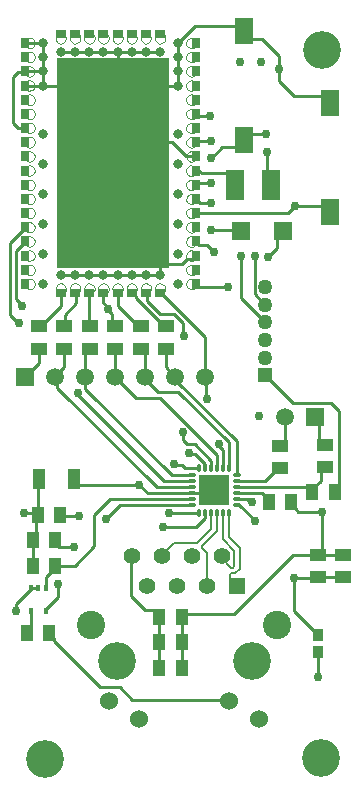
<source format=gtl>
G04*
G04 #@! TF.GenerationSoftware,Altium Limited,Altium Designer,20.0.10 (225)*
G04*
G04 Layer_Physical_Order=1*
G04 Layer_Color=255*
%FSLAX25Y25*%
%MOIN*%
G70*
G01*
G75*
%ADD10C,0.00000*%
%ADD15C,0.00800*%
%ADD17C,0.01000*%
%ADD18R,0.05500X0.04000*%
%ADD19R,0.03819X0.03937*%
%ADD20R,0.04000X0.05500*%
%ADD21R,0.04134X0.06772*%
%ADD22R,0.01575X0.02362*%
%ADD23R,0.05906X0.10236*%
%ADD24C,0.03150*%
%ADD25R,0.06299X0.08622*%
G04:AMPARAMS|DCode=26|XSize=27.95mil|YSize=10.63mil|CornerRadius=3.72mil|HoleSize=0mil|Usage=FLASHONLY|Rotation=0.000|XOffset=0mil|YOffset=0mil|HoleType=Round|Shape=RoundedRectangle|*
%AMROUNDEDRECTD26*
21,1,0.02795,0.00319,0,0,0.0*
21,1,0.02051,0.01063,0,0,0.0*
1,1,0.00744,0.01026,-0.00160*
1,1,0.00744,-0.01026,-0.00160*
1,1,0.00744,-0.01026,0.00160*
1,1,0.00744,0.01026,0.00160*
%
%ADD26ROUNDEDRECTD26*%
G04:AMPARAMS|DCode=27|XSize=27.95mil|YSize=10.63mil|CornerRadius=3.72mil|HoleSize=0mil|Usage=FLASHONLY|Rotation=90.000|XOffset=0mil|YOffset=0mil|HoleType=Round|Shape=RoundedRectangle|*
%AMROUNDEDRECTD27*
21,1,0.02795,0.00319,0,0,90.0*
21,1,0.02051,0.01063,0,0,90.0*
1,1,0.00744,0.00160,0.01026*
1,1,0.00744,0.00160,-0.01026*
1,1,0.00744,-0.00160,-0.01026*
1,1,0.00744,-0.00160,0.01026*
%
%ADD27ROUNDEDRECTD27*%
%ADD28R,0.05906X0.05906*%
%ADD46R,0.05000X0.05000*%
%ADD47C,0.05000*%
G04:AMPARAMS|DCode=50|XSize=35.43mil|YSize=29.53mil|CornerRadius=2.22mil|HoleSize=0mil|Usage=FLASHONLY|Rotation=90.000|XOffset=0mil|YOffset=0mil|HoleType=Round|Shape=RoundedRectangle|*
%AMROUNDEDRECTD50*
21,1,0.03543,0.02510,0,0,90.0*
21,1,0.03100,0.02953,0,0,90.0*
1,1,0.00443,0.01255,0.01550*
1,1,0.00443,0.01255,-0.01550*
1,1,0.00443,-0.01255,-0.01550*
1,1,0.00443,-0.01255,0.01550*
%
%ADD50ROUNDEDRECTD50*%
G04:AMPARAMS|DCode=51|XSize=35.43mil|YSize=29.53mil|CornerRadius=2.22mil|HoleSize=0mil|Usage=FLASHONLY|Rotation=0.000|XOffset=0mil|YOffset=0mil|HoleType=Round|Shape=RoundedRectangle|*
%AMROUNDEDRECTD51*
21,1,0.03543,0.02510,0,0,0.0*
21,1,0.03100,0.02953,0,0,0.0*
1,1,0.00443,0.01550,-0.01255*
1,1,0.00443,-0.01550,-0.01255*
1,1,0.00443,-0.01550,0.01255*
1,1,0.00443,0.01550,0.01255*
%
%ADD51ROUNDEDRECTD51*%
%ADD52R,0.09843X0.09843*%
%ADD53R,0.37500X0.70000*%
%ADD54R,0.05504X0.05504*%
%ADD55C,0.05504*%
%ADD56C,0.09449*%
%ADD57C,0.06024*%
%ADD58C,0.12598*%
%ADD59C,0.05906*%
%ADD60C,0.03000*%
D10*
X63693Y185168D02*
X63714Y185276D01*
X63735Y185550D02*
X63473Y186479D01*
X62763Y187132D01*
X61816Y187316D01*
X60913Y186977D01*
X60321Y186215D01*
X60216Y185256D01*
X60630Y184385D01*
X61438Y183859D01*
X62402Y183834D01*
X63236Y184318D01*
X63693Y185168D01*
X63714Y185276D02*
X63735Y185500D01*
X63659Y171891D02*
X63095Y172740D01*
X62157Y173138D01*
X61155Y172954D01*
X60421Y172248D01*
X60196Y171254D01*
X60556Y170301D01*
X61382Y169704D01*
X62400Y169660D01*
X63274Y170184D01*
X63714Y171103D01*
X63735Y213897D02*
X63498Y214783D01*
X62849Y215431D01*
X61963Y215669D01*
X61078Y215431D01*
X60429Y214783D01*
X60192Y213897D01*
X60429Y213011D01*
X61078Y212363D01*
X61963Y212125D01*
X62849Y212363D01*
X63498Y213011D01*
X63735Y213897D01*
X60636Y179653D02*
X61538Y179106D01*
X62591Y179169D01*
X63421Y179819D01*
X63735Y180826D01*
X60537Y179776D02*
X60636Y179653D01*
X9798Y251692D02*
X9517Y252650D01*
X8762Y253304D01*
X7774Y253446D01*
X6866Y253031D01*
X6327Y252191D01*
Y251193D01*
X6866Y250353D01*
X7774Y249939D01*
X8762Y250081D01*
X9517Y250734D01*
X9798Y251692D01*
Y242243D02*
X9546Y243154D01*
X8862Y243806D01*
X7940Y244013D01*
X7043Y243717D01*
X6425Y243001D01*
X6263Y242071D01*
X6331Y241729D01*
X9798Y237519D02*
X9537Y238444D01*
X8832Y239097D01*
X7889Y239285D01*
X6987Y238953D01*
X6391Y238199D01*
X6276Y237245D01*
X6331Y223860D02*
X6276Y223620D01*
X6259Y223221D01*
X42082Y168031D02*
X42356Y168052D01*
X41932Y168037D02*
X42082Y168031D01*
X42478Y168076D02*
X42596Y168107D01*
X43505Y168747D01*
X43853Y169802D01*
X42356Y168052D02*
X42478Y168076D01*
X28182Y168052D02*
X28948Y168368D01*
X29487Y168997D01*
X29680Y169802D01*
X27908Y168031D02*
X28182Y168052D01*
X32633Y168031D02*
X33147Y168107D01*
X32432Y168042D02*
X32633Y168031D01*
X43853Y169802D02*
X43565Y170771D01*
X42794Y171424D01*
X41791Y171550D01*
X40883Y171107D01*
X40365Y170239D01*
X40405Y169229D01*
X40991Y168406D01*
X41932Y168037D01*
X34405Y169802D02*
X34120Y170766D01*
X33357Y171419D01*
X32362Y171553D01*
X31453Y171124D01*
X30924Y170270D01*
X30944Y169266D01*
X31507Y168434D01*
X32432Y168042D01*
X18186Y168052D02*
X18258Y168042D01*
X18123Y168063D02*
X18186Y168052D01*
X18258Y168042D02*
X18432Y168031D01*
X18460Y168031D01*
X52510Y168326D02*
X53092Y168965D01*
X53302Y169802D01*
X47320Y168107D02*
X48229Y168747D01*
X48578Y169802D01*
X47271Y168093D02*
X47320Y168107D01*
X18734Y168052D02*
X19499Y168368D01*
X20038Y168997D01*
X20231Y169802D01*
X18460Y168031D02*
X18734Y168052D01*
X6331Y241729D02*
X6876Y240896D01*
X7784Y240488D01*
X8768Y240634D01*
X9519Y241288D01*
X9798Y242243D01*
X63735Y180826D02*
X63484Y181736D01*
X62800Y182388D01*
X61879Y182596D01*
X60982Y182301D01*
X60364Y181588D01*
X60200Y180658D01*
X60537Y179776D01*
X6276Y237245D02*
X6733Y236308D01*
X7638Y235790D01*
X8677Y235871D01*
X9492Y236523D01*
X9798Y237519D01*
Y223346D02*
X9519Y224301D01*
X8768Y224955D01*
X7784Y225101D01*
X6876Y224693D01*
X6331Y223860D01*
X63714Y171103D02*
X63735Y171377D01*
X9798Y190275D02*
X9556Y191168D01*
X8897Y191818D01*
X8000Y192046D01*
X7110Y191791D01*
X6470Y191122D01*
X6256Y190221D01*
X6259Y223221D02*
X6654Y222225D01*
X7551Y221639D01*
X8621Y221677D01*
X9474Y222325D01*
X9798Y223346D01*
X63703Y171714D02*
X63659Y171891D01*
X20231Y253267D02*
X19950Y254225D01*
X19196Y254878D01*
X18207Y255021D01*
X17299Y254606D01*
X16760Y253766D01*
Y252768D01*
X17299Y251928D01*
X18207Y251513D01*
X19196Y251655D01*
X19950Y252309D01*
X20231Y253267D01*
X24956D02*
X24674Y254225D01*
X23920Y254878D01*
X22932Y255021D01*
X22024Y254606D01*
X21484Y253766D01*
Y252768D01*
X22024Y251928D01*
X22932Y251513D01*
X23920Y251655D01*
X24674Y252309D01*
X24956Y253267D01*
X29680D02*
X29399Y254225D01*
X28644Y254878D01*
X27656Y255021D01*
X26748Y254606D01*
X26209Y253766D01*
Y252768D01*
X26748Y251928D01*
X27656Y251513D01*
X28644Y251655D01*
X29399Y252309D01*
X29680Y253267D01*
X34405D02*
X34123Y254225D01*
X33369Y254878D01*
X32381Y255021D01*
X31473Y254606D01*
X30933Y253766D01*
Y252768D01*
X31473Y251928D01*
X32381Y251513D01*
X33369Y251655D01*
X34123Y252309D01*
X34405Y253267D01*
X39129D02*
X38848Y254225D01*
X38093Y254878D01*
X37105Y255021D01*
X36197Y254606D01*
X35657Y253766D01*
Y252768D01*
X36197Y251928D01*
X37105Y251513D01*
X38093Y251655D01*
X38848Y252309D01*
X39129Y253267D01*
X43853D02*
X43572Y254225D01*
X42818Y254878D01*
X41829Y255021D01*
X40922Y254606D01*
X40382Y253766D01*
Y252768D01*
X40922Y251928D01*
X41829Y251513D01*
X42818Y251655D01*
X43572Y252309D01*
X43853Y253267D01*
X48578D02*
X48296Y254225D01*
X47542Y254878D01*
X46554Y255021D01*
X45646Y254606D01*
X45106Y253766D01*
Y252768D01*
X45646Y251928D01*
X46554Y251513D01*
X47542Y251655D01*
X48296Y252309D01*
X48578Y253267D01*
X53302D02*
X53021Y254225D01*
X52266Y254878D01*
X51278Y255021D01*
X50370Y254606D01*
X49831Y253766D01*
Y252768D01*
X50370Y251928D01*
X51278Y251513D01*
X52266Y251655D01*
X53021Y252309D01*
X53302Y253267D01*
X9798Y228070D02*
X9517Y229028D01*
X8762Y229682D01*
X7774Y229824D01*
X6866Y229409D01*
X6327Y228569D01*
Y227571D01*
X6866Y226731D01*
X7774Y226316D01*
X8762Y226459D01*
X9517Y227112D01*
X9798Y228070D01*
Y232794D02*
X9517Y233752D01*
X8762Y234406D01*
X7774Y234548D01*
X6866Y234134D01*
X6327Y233294D01*
Y232295D01*
X6866Y231456D01*
X7774Y231041D01*
X8762Y231183D01*
X9517Y231837D01*
X9798Y232794D01*
Y246968D02*
X9517Y247926D01*
X8762Y248579D01*
X7774Y248721D01*
X6866Y248307D01*
X6327Y247467D01*
Y246469D01*
X6866Y245629D01*
X7774Y245214D01*
X8762Y245356D01*
X9517Y246010D01*
X9798Y246968D01*
Y171377D02*
X9517Y172335D01*
X8762Y172989D01*
X7774Y173131D01*
X6866Y172716D01*
X6327Y171876D01*
Y170878D01*
X6866Y170038D01*
X7774Y169624D01*
X8762Y169766D01*
X9517Y170419D01*
X9798Y171377D01*
Y176102D02*
X9517Y177059D01*
X8762Y177713D01*
X7774Y177855D01*
X6866Y177441D01*
X6327Y176601D01*
Y175602D01*
X6866Y174763D01*
X7774Y174348D01*
X8762Y174490D01*
X9517Y175144D01*
X9798Y176102D01*
Y180826D02*
X9517Y181784D01*
X8762Y182438D01*
X7774Y182580D01*
X6866Y182165D01*
X6327Y181325D01*
Y180327D01*
X6866Y179487D01*
X7774Y179072D01*
X8762Y179215D01*
X9517Y179868D01*
X9798Y180826D01*
Y194999D02*
X9517Y195957D01*
X8762Y196611D01*
X7774Y196753D01*
X6866Y196338D01*
X6327Y195498D01*
Y194500D01*
X6866Y193660D01*
X7774Y193246D01*
X8762Y193388D01*
X9517Y194041D01*
X9798Y194999D01*
Y199724D02*
X9517Y200681D01*
X8762Y201335D01*
X7774Y201477D01*
X6866Y201063D01*
X6327Y200223D01*
Y199224D01*
X6866Y198385D01*
X7774Y197970D01*
X8762Y198112D01*
X9517Y198766D01*
X9798Y199724D01*
Y204448D02*
X9517Y205406D01*
X8762Y206060D01*
X7774Y206202D01*
X6866Y205787D01*
X6327Y204947D01*
Y203949D01*
X6866Y203109D01*
X7774Y202695D01*
X8762Y202836D01*
X9517Y203490D01*
X9798Y204448D01*
Y209173D02*
X9517Y210130D01*
X8762Y210784D01*
X7774Y210926D01*
X6866Y210511D01*
X6327Y209672D01*
Y208673D01*
X6866Y207834D01*
X7774Y207419D01*
X8762Y207561D01*
X9517Y208215D01*
X9798Y209173D01*
Y213897D02*
X9517Y214855D01*
X8762Y215508D01*
X7774Y215651D01*
X6866Y215236D01*
X6327Y214396D01*
Y213398D01*
X6866Y212558D01*
X7774Y212143D01*
X8762Y212285D01*
X9517Y212939D01*
X9798Y213897D01*
Y218621D02*
X9517Y219579D01*
X8762Y220233D01*
X7774Y220375D01*
X6866Y219960D01*
X6327Y219120D01*
Y218122D01*
X6866Y217282D01*
X7774Y216868D01*
X8762Y217010D01*
X9517Y217664D01*
X9798Y218621D01*
X63735Y190275D02*
X63454Y191233D01*
X62700Y191886D01*
X61711Y192028D01*
X60803Y191614D01*
X60264Y190774D01*
Y189776D01*
X60803Y188936D01*
X61711Y188521D01*
X62700Y188663D01*
X63454Y189317D01*
X63735Y190275D01*
Y176102D02*
X63454Y177059D01*
X62700Y177713D01*
X61711Y177855D01*
X60803Y177441D01*
X60264Y176601D01*
Y175602D01*
X60803Y174763D01*
X61711Y174348D01*
X62700Y174490D01*
X63454Y175144D01*
X63735Y176102D01*
Y251692D02*
X63454Y252650D01*
X62700Y253304D01*
X61711Y253446D01*
X60803Y253031D01*
X60264Y252191D01*
Y251193D01*
X60803Y250353D01*
X61711Y249939D01*
X62700Y250081D01*
X63454Y250734D01*
X63735Y251692D01*
Y246968D02*
X63454Y247926D01*
X62700Y248579D01*
X61711Y248721D01*
X60803Y248307D01*
X60264Y247467D01*
Y246469D01*
X60803Y245629D01*
X61711Y245214D01*
X62700Y245356D01*
X63454Y246010D01*
X63735Y246968D01*
Y242243D02*
X63454Y243201D01*
X62700Y243855D01*
X61711Y243997D01*
X60803Y243582D01*
X60264Y242742D01*
Y241744D01*
X60803Y240904D01*
X61711Y240490D01*
X62700Y240632D01*
X63454Y241285D01*
X63735Y242243D01*
Y237519D02*
X63454Y238477D01*
X62700Y239130D01*
X61711Y239273D01*
X60803Y238858D01*
X60264Y238018D01*
Y237020D01*
X60803Y236180D01*
X61711Y235765D01*
X62700Y235907D01*
X63454Y236561D01*
X63735Y237519D01*
Y232794D02*
X63454Y233752D01*
X62700Y234406D01*
X61711Y234548D01*
X60803Y234134D01*
X60264Y233294D01*
Y232295D01*
X60803Y231456D01*
X61711Y231041D01*
X62700Y231183D01*
X63454Y231837D01*
X63735Y232794D01*
Y223346D02*
X63454Y224304D01*
X62700Y224957D01*
X61711Y225099D01*
X60803Y224685D01*
X60264Y223845D01*
Y222847D01*
X60803Y222007D01*
X61711Y221592D01*
X62700Y221734D01*
X63454Y222388D01*
X63735Y223346D01*
X9453Y189225D02*
X9798Y190275D01*
X47143Y168063D02*
X47271Y168093D01*
X63735Y171377D02*
X63703Y171714D01*
X33147Y168107D02*
X34056Y168747D01*
X34405Y169802D01*
X52045Y168107D02*
X52510Y168326D01*
X51530Y168031D02*
X52045Y168107D01*
X53302Y169802D02*
X53004Y170787D01*
X52209Y171439D01*
X51185Y171540D01*
X50278Y171055D01*
X49793Y170148D01*
X49894Y169124D01*
X50546Y168329D01*
X51530Y168031D01*
X46292Y168107D02*
X46806Y168031D01*
X46932Y168035D01*
X47107Y168056D01*
X47143Y168063D01*
X48578Y169802D02*
X48314Y170732D01*
X47603Y171385D01*
X46654Y171567D01*
X45751Y171225D01*
X45161Y170460D01*
X45061Y169500D01*
X45479Y168629D01*
X46292Y168107D01*
X6331Y185036D02*
X6876Y184203D01*
X7784Y183795D01*
X8768Y183941D01*
X9519Y184595D01*
X9798Y185550D01*
X9516Y186511D01*
X8758Y187164D01*
X7767Y187303D01*
X6858Y186882D01*
X6323Y186037D01*
X6331Y185036D01*
X6256Y190221D02*
X6287Y189938D01*
X6287Y189938D02*
X6755Y189041D01*
X7637Y188547D01*
X8646Y188615D01*
X9453Y189225D01*
X63735Y204448D02*
X63734Y204500D01*
X63659Y199209D02*
X63721Y199500D01*
X63735Y199724D01*
X63479Y200641D01*
X62785Y201293D01*
X61853Y201492D01*
X60953Y201179D01*
X60346Y200445D01*
X60206Y199503D01*
X60574Y198624D01*
X61344Y198064D01*
X62294Y197983D01*
X63147Y198406D01*
X63659Y199209D01*
X63734Y204500D02*
X63714Y204722D01*
X63321Y205587D01*
X62537Y206124D01*
X61588Y206180D01*
X60748Y205737D01*
X60257Y204923D01*
Y203973D01*
X60748Y203159D01*
X61588Y202717D01*
X62537Y202772D01*
X63321Y203309D01*
X63714Y204174D01*
X63735Y204448D01*
Y209173D02*
X63703Y209509D01*
X63714Y208898D02*
X63734Y209118D01*
X63735Y209173D01*
X63703Y209509D02*
X63283Y210355D01*
X62487Y210865D01*
X61543Y210894D01*
X60719Y210433D01*
X60248Y209614D01*
X60265Y208669D01*
X60765Y207868D01*
X61605Y207437D01*
X62548Y207500D01*
X63324Y208038D01*
X63714Y208898D01*
X63735Y194999D02*
X63731Y195121D01*
X63406Y196028D01*
X62654Y196631D01*
X61698Y196751D01*
X60820Y196353D01*
X60281Y195554D01*
X60239Y194591D01*
X60708Y193749D01*
X61548Y193277D01*
X62511Y193314D01*
X63312Y193850D01*
X63714Y194725D01*
X63735Y194999D01*
X63735Y185500D02*
X63735Y185550D01*
Y228070D02*
X63454Y229028D01*
X62700Y229682D01*
X61711Y229824D01*
X60803Y229409D01*
X60264Y228569D01*
Y227571D01*
X60803Y226731D01*
X61711Y226316D01*
X62700Y226459D01*
X63454Y227112D01*
X63735Y228070D01*
X63725Y218813D02*
X63714Y218895D01*
X63735Y218621D02*
X63725Y218813D01*
X63714Y218895D02*
X63304Y219779D01*
X62489Y220313D01*
X61515Y220335D01*
X60677Y219839D01*
X60228Y218975D01*
X60303Y218004D01*
X60881Y217219D01*
X61786Y216859D01*
X62745Y217031D01*
X63467Y217685D01*
X63735Y218621D01*
X39129Y169802D02*
X38830Y170787D01*
X38035Y171439D01*
X37012Y171540D01*
X36105Y171055D01*
X35620Y170148D01*
X35721Y169124D01*
X36373Y168329D01*
X37357Y168031D01*
X37432Y168032D01*
X37872Y168107D01*
X38780Y168747D01*
X39129Y169802D01*
X17945Y168107D02*
X18123Y168063D01*
X20231Y169802D02*
X19968Y170732D01*
X19256Y171385D01*
X18308Y171567D01*
X17404Y171225D01*
X16815Y170460D01*
X16714Y169500D01*
X17132Y168629D01*
X17945Y168107D01*
X23184Y168031D02*
X24070Y168268D01*
X24718Y168917D01*
X24956Y169802D01*
X24692Y170732D01*
X23981Y171385D01*
X23032Y171567D01*
X22129Y171225D01*
X21539Y170460D01*
X21439Y169500D01*
X21857Y168629D01*
X22670Y168107D01*
X22764Y168081D01*
X22910Y168052D01*
X23184Y168031D01*
X29680Y169802D02*
X29381Y170787D01*
X28586Y171439D01*
X27563Y171540D01*
X26656Y171055D01*
X26171Y170148D01*
X26272Y169124D01*
X26924Y168329D01*
X27908Y168031D01*
D15*
X72500Y80791D02*
Y82064D01*
X52250Y81041D02*
X53150Y81941D01*
X52500Y80791D02*
X53400Y81691D01*
X52000Y80791D02*
X52250Y81041D01*
X67500Y70791D02*
X68353Y71644D01*
X53150Y81941D02*
X56152Y84943D01*
X74421Y95141D02*
X74553Y95009D01*
X72000Y79869D02*
Y80791D01*
Y79869D02*
X75117Y76753D01*
X76248Y77221D02*
Y82522D01*
X72537Y86233D02*
X76248Y82522D01*
X75779Y76753D02*
X76248Y77221D01*
X75117Y76753D02*
X75779D01*
X72490Y93381D02*
Y95104D01*
Y93381D02*
X72537Y93334D01*
Y86233D02*
Y93334D01*
X74648Y73143D02*
X77000Y70791D01*
X72453Y95141D02*
X72490Y95104D01*
X78048Y76476D02*
Y83268D01*
X74337Y86979D02*
X78048Y83268D01*
X76525Y74953D02*
X78048Y76476D01*
X74648Y74484D02*
X75117Y74953D01*
X74648Y73143D02*
Y74484D01*
X74384Y95104D02*
X74421Y95141D01*
X74337Y93334D02*
X74384Y93381D01*
Y95104D01*
X74337Y86979D02*
Y93334D01*
X75117Y74953D02*
X76525D01*
X68384Y95009D02*
X68516Y95141D01*
X56152Y84943D02*
X63911D01*
X68600Y89632D01*
Y93334D01*
X68553Y93381D02*
X68600Y93334D01*
X68553Y93381D02*
Y95104D01*
X68516Y95141D02*
X68553Y95104D01*
X67000Y70791D02*
Y81663D01*
X65420Y83243D02*
X67000Y81663D01*
X65420Y83243D02*
Y83906D01*
X70400Y88886D02*
Y93334D01*
X70447Y93381D02*
Y95104D01*
X70484Y95141D01*
X65420Y83906D02*
X70400Y88886D01*
Y93334D02*
X70447Y93381D01*
D17*
X63649Y185212D02*
X64361Y184500D01*
X67000D01*
X63548Y185313D02*
X63649Y185212D01*
X67000Y184500D02*
X69500Y182000D01*
X63523Y185338D02*
X63548Y185313D01*
X63440Y185421D02*
X63523Y185338D01*
X104000Y40500D02*
Y48606D01*
X96000Y62453D02*
X104000Y54453D01*
X96000Y62453D02*
Y73500D01*
X104000Y54394D02*
Y54453D01*
Y73800D02*
X112500D01*
X96000Y73500D02*
X103700D01*
X104000Y73800D01*
Y81200D02*
X112500D01*
X104000D02*
X105500Y82700D01*
Y95500D01*
X76000Y61500D02*
X95700Y81200D01*
X104000D01*
X58700Y60379D02*
X59821Y61500D01*
X76000D01*
X66516Y93516D02*
Y95109D01*
X66547Y95141D01*
X52500Y90500D02*
X63500D01*
X66516Y93516D01*
X31500Y37000D02*
X38000D01*
X14500Y55000D02*
X16000Y53500D01*
Y52500D02*
X31500Y37000D01*
X16000Y52500D02*
Y53500D01*
X17500Y66894D02*
Y71500D01*
X13500Y62500D02*
Y62894D01*
X17500Y66894D01*
X7100Y55000D02*
X8382Y56282D01*
Y62500D01*
X3500Y64705D02*
X8382Y69587D01*
X3500Y62500D02*
Y64705D01*
X8382Y69587D02*
Y69980D01*
X13500Y73850D02*
X16400Y76750D01*
X13500Y69980D02*
Y73850D01*
X16400Y76750D02*
Y77500D01*
X8382Y69980D02*
X10941D01*
X29500Y84000D02*
Y94500D01*
X16400Y77500D02*
X23000D01*
X29500Y84000D01*
X22804Y83696D02*
X22902Y83598D01*
X16400Y85196D02*
Y85446D01*
Y85196D02*
X17900Y83696D01*
X22804D01*
X29500Y94500D02*
X34668Y99669D01*
X62020D01*
X18200Y94500D02*
X18700Y94000D01*
X24500D01*
X97571Y95500D02*
X105500D01*
X96700Y96371D02*
X97571Y95500D01*
X96700Y96371D02*
X96700D01*
X95200Y97871D02*
X96700Y96371D01*
X95200Y97871D02*
Y98621D01*
X83000Y92500D02*
Y92546D01*
X76980Y97700D02*
X77846D01*
X83000Y92546D01*
X96500Y197500D02*
X106078D01*
X63735Y195000D02*
X94000D01*
X96500Y197500D01*
X106078D02*
X108078Y195500D01*
X51530Y174330D02*
Y178621D01*
X6050Y223394D02*
X6276Y223620D01*
X63731Y195000D02*
X63735D01*
X63441D02*
X63714D01*
X63731D01*
X59708Y110102D02*
X64579D01*
X58692Y111117D02*
X59708Y110102D01*
X66516Y110133D02*
X66547Y110102D01*
X61383Y114617D02*
X63188D01*
X56383Y111117D02*
X58692D01*
X56000Y111500D02*
X56383Y111117D01*
X66516Y110133D02*
Y111290D01*
X63188Y114617D02*
X66516Y111290D01*
X78016Y103606D02*
X100816D01*
X61000Y115000D02*
X61383Y114617D01*
X59000Y119500D02*
X60500Y118000D01*
X63000D01*
X68516Y112484D01*
X10000Y92500D02*
Y93700D01*
X9550D02*
Y94750D01*
Y92500D02*
Y93700D01*
X10000Y86946D02*
Y92500D01*
X11252Y106500D02*
X11521Y106769D01*
X34000Y162765D02*
Y163541D01*
X35351Y157623D02*
X35750Y157224D01*
X34000Y162765D02*
X35351Y161414D01*
Y157623D02*
Y161414D01*
X85690Y146810D02*
X86500D01*
X86142Y152716D02*
X86500D01*
X59000Y119500D02*
Y122000D01*
X68516Y110102D02*
Y112484D01*
X71000Y117459D02*
Y118000D01*
Y117459D02*
X72453Y116006D01*
Y110102D02*
Y116006D01*
X26500Y140454D02*
Y148363D01*
X56500Y139500D02*
Y140454D01*
Y139500D02*
X76980Y119020D01*
Y107543D02*
Y119020D01*
X66768Y133268D02*
Y140186D01*
Y133268D02*
X67036Y133000D01*
X66500Y140454D02*
X66768Y140186D01*
X51530Y168326D02*
X51826D01*
X52045Y168107D02*
X54531Y165621D01*
X51826Y168326D02*
X52045Y168107D01*
X66500Y140454D02*
Y153652D01*
X36500Y140454D02*
X43454Y133500D01*
X51500D01*
X70484Y114516D01*
Y110102D02*
Y114516D01*
X24000Y134500D02*
X52926Y105574D01*
X24000Y134500D02*
Y135000D01*
X63714Y185202D02*
Y185276D01*
X9300Y95000D02*
X9550Y94750D01*
X6000Y95000D02*
X9300D01*
X38236Y97700D02*
X62020D01*
X33518Y92982D02*
X38236Y97700D01*
X23248Y104500D02*
X44534D01*
X47396Y101637D01*
X22748Y104000D02*
X23248Y104500D01*
X47396Y101637D02*
X62020D01*
X10000Y93700D02*
X10800Y94500D01*
X9000Y85946D02*
X10000Y86946D01*
X9550Y92500D02*
X10800Y93750D01*
Y94500D01*
X9000Y77500D02*
Y85946D01*
X42307Y32693D02*
X76500D01*
X38000Y37000D02*
X42307Y32693D01*
X58836Y158664D02*
Y158664D01*
X59191Y154144D02*
Y158309D01*
X58836Y158664D02*
X59191Y158309D01*
Y154144D02*
X59418Y153918D01*
X51500Y161500D02*
X56000D01*
X58836Y158664D01*
X10800Y94500D02*
Y103548D01*
X11252Y104000D01*
X87000Y205095D02*
X87500Y204594D01*
X87000Y205095D02*
Y215500D01*
X64010Y227500D02*
X68000D01*
X63440Y228070D02*
X64010Y227500D01*
X91000Y243000D02*
Y247500D01*
Y239000D02*
Y243000D01*
X72145Y217000D02*
X77071D01*
X68645Y213500D02*
X72145Y217000D01*
X77071D02*
X81571Y221500D01*
X86828D01*
X68500Y213500D02*
X68645D01*
X90500Y183500D02*
Y187110D01*
X87500Y180500D02*
X90500Y183500D01*
Y187110D02*
X93890Y190500D01*
X63440Y194999D02*
X63441Y195000D01*
X96000Y234000D02*
X108071D01*
X91000Y239000D02*
X96000Y234000D01*
X108071D02*
X109000Y233071D01*
X82071Y253000D02*
X85500D01*
X91000Y247500D01*
X77571Y257500D02*
X82071Y253000D01*
X63244Y257500D02*
X77571D01*
X57436Y251692D02*
X63244Y257500D01*
X57436Y246968D02*
Y251692D01*
X63440Y185421D02*
Y185550D01*
X1500Y185189D02*
X5314Y189003D01*
X1500Y161000D02*
X4000Y158500D01*
X1500Y161000D02*
Y185189D01*
X4000Y158500D02*
X4500D01*
X3500Y166243D02*
X5500Y164243D01*
X5574Y184279D02*
X6183Y184889D01*
X5500Y164000D02*
Y164243D01*
X3500Y182308D02*
X5470Y184279D01*
X6183Y184889D02*
Y185184D01*
X5470Y184279D02*
X5574D01*
X3500Y166243D02*
Y182308D01*
X32633Y164908D02*
X34000Y163541D01*
X32633Y164908D02*
Y168326D01*
X89250Y108421D02*
Y108421D01*
X76980Y105574D02*
X86403D01*
X89250Y108421D01*
X90750Y109921D02*
X91500D01*
X89250Y108421D02*
X90750Y109921D01*
X54531Y165621D02*
X66500Y153652D01*
X54531Y165621D02*
X54531D01*
X46806Y168056D02*
Y168093D01*
X47320Y168031D02*
X47397D01*
X46806D02*
Y168035D01*
Y168056D01*
Y168093D02*
Y168326D01*
Y168031D02*
Y168093D01*
X47179Y165821D02*
X51500Y161500D01*
X47179Y165821D02*
Y168031D01*
X46806D02*
X47320D01*
X63714Y171103D02*
X64317Y170500D01*
X63440Y171377D02*
X63714Y171103D01*
X63440Y171377D02*
X63735D01*
X64317Y170500D02*
X74000D01*
X54500Y95000D02*
X64438D01*
X64579Y95141D01*
X17172Y136828D02*
X50394Y103606D01*
X62020D01*
X16500Y140454D02*
X17172Y139782D01*
Y136828D02*
Y139782D01*
X17048Y141299D02*
X19500Y143751D01*
X52926Y105574D02*
X62020D01*
X26500Y136500D02*
X55457Y107543D01*
X62020D01*
X26500Y136500D02*
Y140454D01*
X74421Y110102D02*
Y118579D01*
X57500Y135500D02*
X74421Y118579D01*
X50743Y135500D02*
X57500D01*
X46500Y139743D02*
X50743Y135500D01*
X46500Y139743D02*
Y148324D01*
X46371Y62629D02*
X49800D01*
X41754Y67246D02*
X46371Y62629D01*
X41754Y67246D02*
Y80545D01*
X49800Y62629D02*
X51300Y61129D01*
Y51879D02*
Y61129D01*
X41754Y80545D02*
X42000Y80791D01*
X60192Y213897D02*
X63440D01*
X60636Y179653D02*
X62463D01*
X60157Y213897D02*
X60192D01*
X60464Y179653D02*
X60636D01*
X9798Y251692D02*
X12554D01*
X9798Y242243D02*
X12554D01*
X6550Y251692D02*
X9798D01*
X6550Y242243D02*
X9798D01*
X4160Y242071D02*
X6263D01*
X6377D01*
X9798Y237519D02*
X12554D01*
X6550D02*
X9798D01*
X43353Y166647D02*
X51078Y158922D01*
X52578Y157224D02*
X53328D01*
X42356Y168052D02*
X42651D01*
X43353Y166647D02*
Y167350D01*
X51078Y158724D02*
X52578Y157224D01*
X42651Y168052D02*
X43353Y167350D01*
X51078Y158724D02*
Y158922D01*
X42151Y168256D02*
X42356Y168052D01*
X42082Y168326D02*
X42151Y168256D01*
X27818Y157446D02*
Y168235D01*
Y157446D02*
X28000Y157263D01*
X27818Y168235D02*
X27908Y168326D01*
X28182Y168052D01*
X28000Y157263D02*
X28500D01*
X28750D01*
X37500Y164000D02*
X42750Y158750D01*
X37357Y168326D02*
X37500Y168183D01*
Y164000D02*
Y168183D01*
X44250Y157224D02*
X45000D01*
X42750Y158724D02*
X44250Y157224D01*
X42750Y158724D02*
Y158750D01*
X11750Y157263D02*
X18480Y163993D01*
Y167350D01*
X18846Y167716D01*
Y167940D01*
X19219Y168312D01*
X11000Y157263D02*
X11750D01*
X53328Y143626D02*
Y149824D01*
Y143626D02*
X56500Y140454D01*
X45000Y149824D02*
X46500Y148324D01*
X36500Y140454D02*
Y149824D01*
X26500Y148363D02*
X28000Y149863D01*
X19500Y143751D02*
Y149863D01*
X11000Y144954D02*
Y149863D01*
X6500Y140454D02*
X11000Y144954D01*
X68500Y189500D02*
X78110D01*
X12554Y237519D02*
Y242243D01*
X63992Y205000D02*
X68432D01*
X6287Y189938D02*
X6550Y190201D01*
X63440Y204448D02*
X63714Y204722D01*
X37751Y236102D02*
X41058Y232794D01*
X34995Y204448D02*
X41058D01*
X22969Y167815D02*
X23184Y168031D01*
X12554Y237519D02*
X24208D01*
X41105Y204448D02*
X41432Y204121D01*
X6287Y189717D02*
Y189938D01*
X28932Y204448D02*
X34995D01*
X32239Y239881D02*
X37751D01*
X46806Y174330D02*
X51530D01*
X32239Y236102D02*
Y239881D01*
X6287Y189938D02*
Y189938D01*
X12554Y242243D02*
Y246968D01*
X6331Y185036D02*
X6550Y185255D01*
X23957Y168326D02*
X24252D01*
X24208Y237519D02*
X28932Y232794D01*
Y211535D02*
Y218621D01*
X37357Y168031D02*
X37437D01*
X28932Y211535D02*
X34995D01*
X28932Y232794D02*
X32239Y236102D01*
X63714Y204722D02*
X63992Y205000D01*
X63440Y228070D02*
X63735D01*
X51530Y178621D02*
X52030Y178121D01*
X63714Y218895D02*
X63819Y219000D01*
X52030Y178121D02*
X58932D01*
X63440Y218621D02*
X63714Y218895D01*
X58932Y178121D02*
X60464Y179653D01*
X63819Y219000D02*
X68432D01*
X62463Y179653D02*
X63440Y180629D01*
Y180826D01*
X51530Y178621D02*
Y186889D01*
X55432Y218621D02*
X60157Y213897D01*
X46806Y248739D02*
X51530D01*
X57436Y237519D02*
Y242243D01*
X6550Y190201D02*
Y190275D01*
X57436Y242243D02*
Y246968D01*
X41058Y218621D02*
Y232794D01*
Y211535D02*
Y218621D01*
X55432D01*
X37653Y168326D02*
X37872Y168107D01*
X41058Y204448D02*
X41105D01*
X64721Y198500D02*
X68432D01*
X12554Y246968D02*
Y251692D01*
X23184Y248739D02*
X27908D01*
X23741Y168111D02*
X23957Y168326D01*
X34995Y211535D02*
X41058D01*
X37357Y248739D02*
X42082D01*
X4160Y223394D02*
X6050D01*
X2432Y225121D02*
X4160Y223394D01*
X2432Y225121D02*
Y240343D01*
X4160Y242071D01*
X6377D02*
X6550Y242243D01*
X42082Y174330D02*
X46806D01*
X63440Y199724D02*
X63588Y199576D01*
X63664Y199500D01*
X63721D01*
X28932Y197362D02*
Y204448D01*
X18460Y174330D02*
X23184D01*
X18460Y248739D02*
X23184D01*
Y174330D02*
X27908D01*
X32633D01*
X27908Y248739D02*
X32633D01*
Y174330D02*
X37357D01*
X32633Y248739D02*
X37357D01*
Y174330D02*
X42082D01*
Y248739D02*
X46806D01*
X37554Y240078D02*
Y248543D01*
X63440Y204153D02*
Y204448D01*
X28932Y197362D02*
X34995D01*
X41058D01*
X34995Y204448D02*
Y211535D01*
X37554Y240078D02*
X37751Y239881D01*
X41058Y232794D02*
X45783Y237519D01*
X63721Y199500D02*
X64721Y198500D01*
X6550Y185255D02*
Y185550D01*
X5314Y189003D02*
X5574D01*
X6287Y189717D01*
X45783Y237519D02*
X57436D01*
X37357Y248739D02*
X37554Y248543D01*
X37751Y236102D02*
Y239881D01*
X41058Y197362D02*
X51530Y186889D01*
X64782Y208898D02*
X65180Y208500D01*
X75595Y204500D02*
Y207047D01*
X74142Y208500D02*
X75595Y207047D01*
X65180Y208500D02*
X74142D01*
X23500Y165000D02*
Y167869D01*
X19677Y161177D02*
X23500Y165000D01*
Y167869D02*
X23741Y168111D01*
X19677Y157441D02*
Y161177D01*
X19500Y157263D02*
X19677Y157441D01*
X19219Y168312D02*
X19232Y168326D01*
X19528D01*
X62020Y101637D02*
X68516D01*
X81459Y98621D02*
X82000D01*
X76980Y101637D02*
X85534D01*
X87800Y99371D01*
X80412Y99669D02*
X81459Y98621D01*
X76980Y99669D02*
X80412D01*
X58700Y43379D02*
Y51879D01*
X51300Y43379D02*
Y51879D01*
X58700D02*
Y60379D01*
X64562Y209118D02*
X64802D01*
X64508Y209173D02*
X64562Y209118D01*
X58700Y42629D02*
Y43379D01*
X109700Y102121D02*
X111000Y103421D01*
Y129121D01*
X95784Y131621D02*
X108500D01*
X111000Y129121D01*
X109700Y102121D02*
X110500Y101321D01*
X36500Y149824D02*
X37250D01*
X78500Y166621D02*
Y180621D01*
Y166621D02*
X86500Y158621D01*
X83000Y168027D02*
Y180121D01*
X86500Y140905D02*
X95784Y131621D01*
X83000Y168027D02*
X86500Y164527D01*
X87800Y98621D02*
Y99371D01*
X76980Y103606D02*
X78016D01*
X100816D02*
X102300Y102121D01*
X105000Y108721D02*
X106500Y110221D01*
X102300Y102871D02*
X105000Y105571D01*
Y108721D01*
X102300Y102121D02*
Y102871D01*
X91500Y117321D02*
X93000Y118821D01*
Y127121D01*
X106000Y117621D02*
X106500D01*
X104500Y119121D02*
Y125621D01*
Y119121D02*
X106000Y117621D01*
X103000Y127121D02*
X104500Y125621D01*
X28750Y157263D02*
X30250Y158763D01*
X19500Y157263D02*
X21000Y158763D01*
X16893Y140454D02*
X17393Y140954D01*
X77012Y103637D02*
X78016D01*
X76980Y103606D02*
X77012Y103637D01*
X68516Y101637D02*
X69500Y102621D01*
X78016Y103637D02*
X78047Y103669D01*
D18*
X112500Y81200D02*
D03*
Y73800D02*
D03*
X104000Y81200D02*
D03*
Y73800D02*
D03*
X53328Y157224D02*
D03*
Y149824D02*
D03*
X91500Y109921D02*
D03*
Y117321D02*
D03*
X11000Y157263D02*
D03*
Y149863D02*
D03*
X19500Y157263D02*
D03*
Y149863D02*
D03*
X36500Y157224D02*
D03*
Y149824D02*
D03*
X45000Y157224D02*
D03*
Y149824D02*
D03*
X28000Y157263D02*
D03*
Y149863D02*
D03*
X106500Y110221D02*
D03*
Y117621D02*
D03*
D19*
X104000Y54394D02*
D03*
Y48606D02*
D03*
D20*
X7100Y55000D02*
D03*
X14500D02*
D03*
X16400Y85946D02*
D03*
X9000D02*
D03*
X10800Y94500D02*
D03*
X18200D02*
D03*
X58700Y60379D02*
D03*
X51300D02*
D03*
X58700Y51879D02*
D03*
X51300D02*
D03*
Y43379D02*
D03*
X58700D02*
D03*
X16400Y77500D02*
D03*
X9000D02*
D03*
X95200Y98621D02*
D03*
X87800D02*
D03*
X109700Y102121D02*
D03*
X102300D02*
D03*
D21*
X11252Y106500D02*
D03*
X22748D02*
D03*
D22*
X13500Y62500D02*
D03*
X8382Y69980D02*
D03*
X10941D02*
D03*
X13500D02*
D03*
X8382Y62500D02*
D03*
D23*
X88406Y204500D02*
D03*
X76595D02*
D03*
D24*
X18460Y248739D02*
D03*
X23184D02*
D03*
X27908D02*
D03*
X32633D02*
D03*
X37357D02*
D03*
X42082D02*
D03*
X46806D02*
D03*
X51530D02*
D03*
Y174330D02*
D03*
X46806D02*
D03*
X42082D02*
D03*
X37357D02*
D03*
X32633D02*
D03*
X27908D02*
D03*
X23184D02*
D03*
X18460D02*
D03*
X34995Y211535D02*
D03*
X37751Y239881D02*
D03*
X32239D02*
D03*
X41058Y232794D02*
D03*
X28932Y218621D02*
D03*
Y211535D02*
D03*
Y204448D02*
D03*
Y197362D02*
D03*
X41058Y218621D02*
D03*
Y211535D02*
D03*
Y204448D02*
D03*
Y197362D02*
D03*
X28932Y232794D02*
D03*
X34995Y204448D02*
D03*
Y197362D02*
D03*
X12554Y251692D02*
D03*
Y246968D02*
D03*
Y242243D02*
D03*
Y237519D02*
D03*
X57436Y251692D02*
D03*
Y246968D02*
D03*
Y242243D02*
D03*
Y237519D02*
D03*
X12554Y221338D02*
D03*
X57436D02*
D03*
Y211338D02*
D03*
Y201338D02*
D03*
Y191338D02*
D03*
Y181338D02*
D03*
Y171338D02*
D03*
X12554Y211338D02*
D03*
Y201338D02*
D03*
Y191338D02*
D03*
Y181338D02*
D03*
Y171338D02*
D03*
D25*
X79500Y255571D02*
D03*
Y219429D02*
D03*
X108078Y195500D02*
D03*
Y231642D02*
D03*
D26*
X62020Y101637D02*
D03*
X76980Y99669D02*
D03*
Y97700D02*
D03*
X62020Y99669D02*
D03*
Y103606D02*
D03*
Y105574D02*
D03*
Y107543D02*
D03*
X76980D02*
D03*
Y101637D02*
D03*
X62020Y97700D02*
D03*
X76980Y105574D02*
D03*
Y103606D02*
D03*
D27*
X66547Y95141D02*
D03*
X64579D02*
D03*
X74421D02*
D03*
X72453D02*
D03*
X70484D02*
D03*
X68516D02*
D03*
X64579Y110102D02*
D03*
X66547D02*
D03*
X70484D02*
D03*
X74421D02*
D03*
X68516D02*
D03*
X72453D02*
D03*
D28*
X92390Y189000D02*
D03*
X78610D02*
D03*
X6500Y140454D02*
D03*
X103000Y127121D02*
D03*
D46*
X86500Y140905D02*
D03*
D47*
Y146810D02*
D03*
Y152716D02*
D03*
Y158621D02*
D03*
Y164527D02*
D03*
Y170432D02*
D03*
D50*
X63440Y209173D02*
D03*
X6550Y237519D02*
D03*
Y242243D02*
D03*
Y251692D02*
D03*
Y223346D02*
D03*
X63440Y180826D02*
D03*
Y171377D02*
D03*
X6550Y190275D02*
D03*
Y185550D02*
D03*
X63440Y199724D02*
D03*
Y194999D02*
D03*
Y204448D02*
D03*
Y228070D02*
D03*
Y218621D02*
D03*
X6550Y228070D02*
D03*
Y232794D02*
D03*
Y246968D02*
D03*
Y171377D02*
D03*
Y176102D02*
D03*
Y180826D02*
D03*
Y194999D02*
D03*
Y199724D02*
D03*
Y204448D02*
D03*
Y209173D02*
D03*
Y213897D02*
D03*
Y218621D02*
D03*
X63440Y190275D02*
D03*
Y185550D02*
D03*
Y176102D02*
D03*
Y251692D02*
D03*
Y246968D02*
D03*
Y242243D02*
D03*
Y237519D02*
D03*
Y232794D02*
D03*
Y223346D02*
D03*
Y213897D02*
D03*
D51*
X32633Y168326D02*
D03*
X51530D02*
D03*
X37357D02*
D03*
X42082D02*
D03*
X18460D02*
D03*
X23184D02*
D03*
X27908D02*
D03*
X46806D02*
D03*
X18460Y254743D02*
D03*
X23184D02*
D03*
X27908D02*
D03*
X32633D02*
D03*
X37357D02*
D03*
X42082D02*
D03*
X46806D02*
D03*
X51530D02*
D03*
D52*
X69500Y102621D02*
D03*
D53*
X35750Y211621D02*
D03*
D54*
X77000Y70791D02*
D03*
D55*
X72000Y80791D02*
D03*
X67000Y70791D02*
D03*
X62000Y80791D02*
D03*
X57000Y70791D02*
D03*
X52000Y80791D02*
D03*
X47000Y70791D02*
D03*
X42000Y80791D02*
D03*
D56*
X28496Y57799D02*
D03*
X90504D02*
D03*
D57*
X84402Y26500D02*
D03*
X44500D02*
D03*
X74500Y32484D02*
D03*
X34598D02*
D03*
D58*
X37000Y45791D02*
D03*
X82000D02*
D03*
X105500Y249500D02*
D03*
X13000Y13000D02*
D03*
X105000Y13500D02*
D03*
D59*
X26500Y140454D02*
D03*
X16500D02*
D03*
X36500D02*
D03*
X46500D02*
D03*
X56500D02*
D03*
X66500D02*
D03*
X93000Y127121D02*
D03*
D60*
X69500Y182000D02*
D03*
X104000Y40500D02*
D03*
X84500Y127500D02*
D03*
X96000Y73500D02*
D03*
X52500Y90500D02*
D03*
X17500Y71500D02*
D03*
X3500Y62500D02*
D03*
X22902Y83598D02*
D03*
X24500Y94000D02*
D03*
X105500Y95500D02*
D03*
X83000Y92500D02*
D03*
X96500Y197500D02*
D03*
X56000Y111500D02*
D03*
X61000Y115000D02*
D03*
X71000Y118000D02*
D03*
X67036Y133000D02*
D03*
X59000Y122000D02*
D03*
X24000Y135000D02*
D03*
X6000Y95000D02*
D03*
X33518Y92982D02*
D03*
X44534Y104500D02*
D03*
X59418Y153918D02*
D03*
X87000Y215500D02*
D03*
X68000Y227500D02*
D03*
X78000Y245500D02*
D03*
X68500Y213500D02*
D03*
X87500Y180500D02*
D03*
X86828Y221500D02*
D03*
X91000Y243000D02*
D03*
X85000Y245500D02*
D03*
X4500Y158500D02*
D03*
X5500Y164000D02*
D03*
X34000Y163000D02*
D03*
X74000Y170500D02*
D03*
X54500Y95000D02*
D03*
X68500Y189500D02*
D03*
X68432Y205000D02*
D03*
Y198500D02*
D03*
Y219000D02*
D03*
X82000Y98621D02*
D03*
X83000Y180621D02*
D03*
X78500D02*
D03*
M02*

</source>
